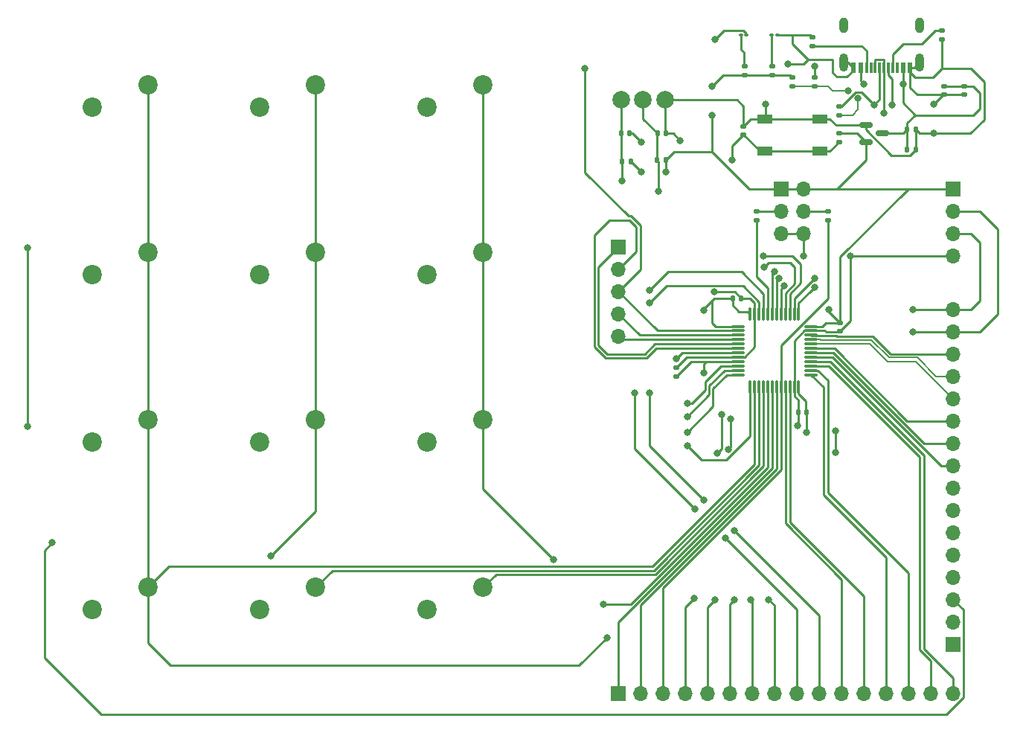
<source format=gbr>
%TF.GenerationSoftware,KiCad,Pcbnew,7.0.6-7.0.6~ubuntu20.04.1*%
%TF.CreationDate,2023-09-11T17:25:35+08:00*%
%TF.ProjectId,pro72,70726f37-322e-46b6-9963-61645f706362,rev?*%
%TF.SameCoordinates,Original*%
%TF.FileFunction,Copper,L1,Top*%
%TF.FilePolarity,Positive*%
%FSLAX46Y46*%
G04 Gerber Fmt 4.6, Leading zero omitted, Abs format (unit mm)*
G04 Created by KiCad (PCBNEW 7.0.6-7.0.6~ubuntu20.04.1) date 2023-09-11 17:25:35*
%MOMM*%
%LPD*%
G01*
G04 APERTURE LIST*
G04 Aperture macros list*
%AMRoundRect*
0 Rectangle with rounded corners*
0 $1 Rounding radius*
0 $2 $3 $4 $5 $6 $7 $8 $9 X,Y pos of 4 corners*
0 Add a 4 corners polygon primitive as box body*
4,1,4,$2,$3,$4,$5,$6,$7,$8,$9,$2,$3,0*
0 Add four circle primitives for the rounded corners*
1,1,$1+$1,$2,$3*
1,1,$1+$1,$4,$5*
1,1,$1+$1,$6,$7*
1,1,$1+$1,$8,$9*
0 Add four rect primitives between the rounded corners*
20,1,$1+$1,$2,$3,$4,$5,0*
20,1,$1+$1,$4,$5,$6,$7,0*
20,1,$1+$1,$6,$7,$8,$9,0*
20,1,$1+$1,$8,$9,$2,$3,0*%
G04 Aperture macros list end*
%TA.AperFunction,SMDPad,CuDef*%
%ADD10RoundRect,0.135000X0.135000X0.185000X-0.135000X0.185000X-0.135000X-0.185000X0.135000X-0.185000X0*%
%TD*%
%TA.AperFunction,ComponentPad*%
%ADD11C,2.200000*%
%TD*%
%TA.AperFunction,SMDPad,CuDef*%
%ADD12RoundRect,0.140000X-0.140000X-0.170000X0.140000X-0.170000X0.140000X0.170000X-0.140000X0.170000X0*%
%TD*%
%TA.AperFunction,ComponentPad*%
%ADD13R,1.700000X1.700000*%
%TD*%
%TA.AperFunction,ComponentPad*%
%ADD14O,1.700000X1.700000*%
%TD*%
%TA.AperFunction,SMDPad,CuDef*%
%ADD15RoundRect,0.135000X-0.185000X0.135000X-0.185000X-0.135000X0.185000X-0.135000X0.185000X0.135000X0*%
%TD*%
%TA.AperFunction,SMDPad,CuDef*%
%ADD16RoundRect,0.140000X-0.170000X0.140000X-0.170000X-0.140000X0.170000X-0.140000X0.170000X0.140000X0*%
%TD*%
%TA.AperFunction,ComponentPad*%
%ADD17C,2.000000*%
%TD*%
%TA.AperFunction,SMDPad,CuDef*%
%ADD18RoundRect,0.135000X0.185000X-0.135000X0.185000X0.135000X-0.185000X0.135000X-0.185000X-0.135000X0*%
%TD*%
%TA.AperFunction,SMDPad,CuDef*%
%ADD19RoundRect,0.100000X0.130000X0.100000X-0.130000X0.100000X-0.130000X-0.100000X0.130000X-0.100000X0*%
%TD*%
%TA.AperFunction,SMDPad,CuDef*%
%ADD20RoundRect,0.150000X-0.587500X-0.150000X0.587500X-0.150000X0.587500X0.150000X-0.587500X0.150000X0*%
%TD*%
%TA.AperFunction,SMDPad,CuDef*%
%ADD21RoundRect,0.140000X0.170000X-0.140000X0.170000X0.140000X-0.170000X0.140000X-0.170000X-0.140000X0*%
%TD*%
%TA.AperFunction,SMDPad,CuDef*%
%ADD22R,0.600000X1.240000*%
%TD*%
%TA.AperFunction,SMDPad,CuDef*%
%ADD23R,0.300000X1.240000*%
%TD*%
%TA.AperFunction,ComponentPad*%
%ADD24O,1.000000X2.100000*%
%TD*%
%TA.AperFunction,ComponentPad*%
%ADD25O,1.000000X1.800000*%
%TD*%
%TA.AperFunction,SMDPad,CuDef*%
%ADD26R,1.800000X1.100000*%
%TD*%
%TA.AperFunction,SMDPad,CuDef*%
%ADD27RoundRect,0.075000X-0.662500X-0.075000X0.662500X-0.075000X0.662500X0.075000X-0.662500X0.075000X0*%
%TD*%
%TA.AperFunction,SMDPad,CuDef*%
%ADD28RoundRect,0.075000X-0.075000X-0.662500X0.075000X-0.662500X0.075000X0.662500X-0.075000X0.662500X0*%
%TD*%
%TA.AperFunction,SMDPad,CuDef*%
%ADD29RoundRect,0.140000X0.140000X0.170000X-0.140000X0.170000X-0.140000X-0.170000X0.140000X-0.170000X0*%
%TD*%
%TA.AperFunction,ViaPad*%
%ADD30C,0.800000*%
%TD*%
%TA.AperFunction,Conductor*%
%ADD31C,0.250000*%
%TD*%
%TA.AperFunction,Conductor*%
%ADD32C,0.200000*%
%TD*%
G04 APERTURE END LIST*
D10*
%TO.P,R10,1*%
%TO.N,+3V3*%
X183780000Y-53800000D03*
%TO.P,R10,2*%
%TO.N,ROTA*%
X182760000Y-53800000D03*
%TD*%
D11*
%TO.P,SWK12,1,1*%
%TO.N,COL2*%
X167005000Y-102235000D03*
%TO.P,SWK12,2,2*%
%TO.N,Net-(D12-A)*%
X160655000Y-104775000D03*
%TD*%
D12*
%TO.P,C12,1*%
%TO.N,ROTB*%
X186820000Y-50600000D03*
%TO.P,C12,2*%
%TO.N,GND*%
X187780000Y-50600000D03*
%TD*%
D11*
%TO.P,SWK8,1,1*%
%TO.N,COL1*%
X147955000Y-83185000D03*
%TO.P,SWK8,2,2*%
%TO.N,Net-(D8-A)*%
X141605000Y-85725000D03*
%TD*%
%TO.P,SWKK10,1,1*%
%TO.N,COL0*%
X128905000Y-102235000D03*
%TO.P,SWKK10,2,2*%
%TO.N,Net-(D10-A)*%
X122555000Y-104775000D03*
%TD*%
D13*
%TO.P,J5,1,Pin_1*%
%TO.N,ROW0*%
X220472000Y-108712000D03*
D14*
%TO.P,J5,2,Pin_2*%
%TO.N,ROW1*%
X220472000Y-106172000D03*
%TO.P,J5,3,Pin_3*%
%TO.N,ROW2*%
X220472000Y-103632000D03*
%TO.P,J5,4,Pin_4*%
%TO.N,ROW3*%
X220472000Y-101092000D03*
%TO.P,J5,5,Pin_5*%
%TO.N,COL0*%
X220472000Y-98552000D03*
%TO.P,J5,6,Pin_6*%
%TO.N,COL1*%
X220472000Y-96012000D03*
%TO.P,J5,7,Pin_7*%
%TO.N,COL2*%
X220472000Y-93472000D03*
%TO.P,J5,8,Pin_8*%
%TO.N,/pa7*%
X220472000Y-90932000D03*
%TO.P,J5,9,Pin_9*%
%TO.N,/pa8*%
X220472000Y-88392000D03*
%TO.P,J5,10,Pin_10*%
%TO.N,/pa9*%
X220472000Y-85852000D03*
%TO.P,J5,11,Pin_11*%
%TO.N,/pa10*%
X220472000Y-83312000D03*
%TO.P,J5,12,Pin_12*%
%TO.N,USB-D+*%
X220472000Y-80772000D03*
%TO.P,J5,13,Pin_13*%
%TO.N,USB-D-*%
X220472000Y-78232000D03*
%TO.P,J5,14,Pin_14*%
%TO.N,/pa13*%
X220472000Y-75692000D03*
%TO.P,J5,15,Pin_15*%
%TO.N,usart2_tx*%
X220472000Y-73152000D03*
%TO.P,J5,16,Pin_16*%
%TO.N,usart2_rx*%
X220472000Y-70612000D03*
%TD*%
D11*
%TO.P,SWK2,1,1*%
%TO.N,COL1*%
X147955000Y-45085000D03*
%TO.P,SWK2,2,2*%
%TO.N,Net-(D2-A)*%
X141605000Y-47625000D03*
%TD*%
D15*
%TO.P,R3,1*%
%TO.N,Net-(J1-Pin_4)*%
X206248000Y-59436000D03*
%TO.P,R3,2*%
%TO.N,/pb2*%
X206248000Y-60456000D03*
%TD*%
D16*
%TO.P,C3,1*%
%TO.N,+5V*%
X219456000Y-45240000D03*
%TO.P,C3,2*%
%TO.N,GND*%
X219456000Y-46200000D03*
%TD*%
D17*
%TO.P,SW1,1*%
%TO.N,N/C*%
X182700000Y-46800000D03*
%TO.P,SW1,2*%
X185200000Y-46800000D03*
%TO.P,SW1,3*%
X187700000Y-46800000D03*
%TD*%
D13*
%TO.P,J1,1,Pin_1*%
%TO.N,+3V3*%
X200914000Y-56904000D03*
D14*
%TO.P,J1,2,Pin_2*%
X203454000Y-56904000D03*
%TO.P,J1,3,Pin_3*%
%TO.N,Net-(J1-Pin_3)*%
X200914000Y-59444000D03*
%TO.P,J1,4,Pin_4*%
%TO.N,Net-(J1-Pin_4)*%
X203454000Y-59444000D03*
%TO.P,J1,5,Pin_5*%
%TO.N,GND*%
X200914000Y-61984000D03*
%TO.P,J1,6,Pin_6*%
X203454000Y-61984000D03*
%TD*%
D12*
%TO.P,C5,1*%
%TO.N,+5V*%
X215265000Y-52451000D03*
%TO.P,C5,2*%
%TO.N,GND*%
X216225000Y-52451000D03*
%TD*%
D18*
%TO.P,R5,1*%
%TO.N,+3V3*%
X196753000Y-43946000D03*
%TO.P,R5,2*%
%TO.N,Net-(D14-A)*%
X196753000Y-42926000D03*
%TD*%
D11*
%TO.P,SWK6,1,1*%
%TO.N,COL2*%
X167005000Y-64135000D03*
%TO.P,SWK6,2,2*%
%TO.N,Net-(D6-A)*%
X160655000Y-66675000D03*
%TD*%
D19*
%TO.P,D14,1,K*%
%TO.N,/pc13*%
X196955500Y-39370000D03*
%TO.P,D14,2,A*%
%TO.N,Net-(D14-A)*%
X196315500Y-39370000D03*
%TD*%
D11*
%TO.P,SWK5,1,1*%
%TO.N,COL1*%
X147955000Y-64135000D03*
%TO.P,SWK5,2,2*%
%TO.N,Net-(D5-A)*%
X141605000Y-66675000D03*
%TD*%
D20*
%TO.P,U2,1,GND*%
%TO.N,GND*%
X210566000Y-49662000D03*
%TO.P,U2,2,VO*%
%TO.N,+3V3*%
X210566000Y-51562000D03*
%TO.P,U2,3,VI*%
%TO.N,+5V*%
X212441000Y-50612000D03*
%TD*%
D10*
%TO.P,R9,1*%
%TO.N,+3V3*%
X187800000Y-53600000D03*
%TO.P,R9,2*%
%TO.N,ROTB*%
X186780000Y-53600000D03*
%TD*%
D19*
%TO.P,D13,1,K*%
%TO.N,GND*%
X200472000Y-39370000D03*
%TO.P,D13,2,A*%
%TO.N,Net-(D13-A)*%
X199832000Y-39370000D03*
%TD*%
D12*
%TO.P,C9,1*%
%TO.N,+3V3*%
X195382000Y-69342000D03*
%TO.P,C9,2*%
%TO.N,GND*%
X196342000Y-69342000D03*
%TD*%
D21*
%TO.P,C6,1*%
%TO.N,+3V3*%
X188976000Y-78232000D03*
%TO.P,C6,2*%
%TO.N,GND*%
X188976000Y-77272000D03*
%TD*%
%TO.P,C10,1*%
%TO.N,/nRST*%
X196596000Y-50742000D03*
%TO.P,C10,2*%
%TO.N,GND*%
X196596000Y-49782000D03*
%TD*%
D15*
%TO.P,R12,1*%
%TO.N,Net-(J2-CC1)*%
X219202000Y-38862000D03*
%TO.P,R12,2*%
%TO.N,GND*%
X219202000Y-39882000D03*
%TD*%
D11*
%TO.P,SWK3,1,1*%
%TO.N,COL2*%
X167005000Y-45085000D03*
%TO.P,SWK3,2,2*%
%TO.N,Net-(D3-A)*%
X160655000Y-47625000D03*
%TD*%
D15*
%TO.P,R1,1*%
%TO.N,+3V3*%
X207518000Y-50546000D03*
%TO.P,R1,2*%
%TO.N,/nRST*%
X207518000Y-51566000D03*
%TD*%
%TO.P,R7,1*%
%TO.N,Net-(J2-D+-PadA6)*%
X204724000Y-44196000D03*
%TO.P,R7,2*%
%TO.N,USB-D+*%
X204724000Y-45216000D03*
%TD*%
D22*
%TO.P,J2,A1,GND*%
%TO.N,GND*%
X215570000Y-43100000D03*
%TO.P,J2,A4,VBUS*%
%TO.N,+5V*%
X214770000Y-43100000D03*
D23*
%TO.P,J2,A5,CC1*%
%TO.N,Net-(J2-CC1)*%
X213620000Y-43100000D03*
%TO.P,J2,A6,D+*%
%TO.N,Net-(J2-D+-PadA6)*%
X212620000Y-43100000D03*
%TO.P,J2,A7,D-*%
%TO.N,Net-(J2-D--PadA7)*%
X212120000Y-43100000D03*
%TO.P,J2,A8,SBU1*%
%TO.N,unconnected-(J2-SBU1-PadA8)*%
X211120000Y-43100000D03*
D22*
%TO.P,J2,A9,VBUS*%
%TO.N,+5V*%
X209970000Y-43100000D03*
%TO.P,J2,A12,GND*%
%TO.N,GND*%
X209170000Y-43100000D03*
%TO.P,J2,B1,GND*%
X209170000Y-43100000D03*
%TO.P,J2,B4,VBUS*%
%TO.N,+5V*%
X209970000Y-43100000D03*
D23*
%TO.P,J2,B5,CC2*%
%TO.N,Net-(J2-CC2)*%
X210620000Y-43100000D03*
%TO.P,J2,B6,D+*%
%TO.N,Net-(J2-D+-PadA6)*%
X211620000Y-43100000D03*
%TO.P,J2,B7,D-*%
%TO.N,Net-(J2-D--PadA7)*%
X213120000Y-43100000D03*
%TO.P,J2,B8,SBU2*%
%TO.N,unconnected-(J2-SBU2-PadB8)*%
X214120000Y-43100000D03*
D22*
%TO.P,J2,B9,VBUS*%
%TO.N,+5V*%
X214770000Y-43100000D03*
%TO.P,J2,B12,GND*%
%TO.N,GND*%
X215570000Y-43100000D03*
D24*
%TO.P,J2,S1,SHIELD*%
X216690000Y-42500000D03*
D25*
X216690000Y-38300000D03*
D24*
X208050000Y-42500000D03*
D25*
X208050000Y-38300000D03*
%TD*%
D11*
%TO.P,SWK11,1,1*%
%TO.N,COL1*%
X147955000Y-102235000D03*
%TO.P,SWK11,2,2*%
%TO.N,Net-(D11-A)*%
X141605000Y-104775000D03*
%TD*%
%TO.P,SWK7,1,1*%
%TO.N,COL0*%
X128905000Y-83185000D03*
%TO.P,SWK7,2,2*%
%TO.N,Net-(D7-A)*%
X122555000Y-85725000D03*
%TD*%
%TO.P,SWK1,1,1*%
%TO.N,COL0*%
X128905000Y-45085000D03*
%TO.P,SWK1,2,2*%
%TO.N,Net-(D1-A)*%
X122555000Y-47625000D03*
%TD*%
D13*
%TO.P,J3,1,Pin_1*%
%TO.N,+3V3*%
X220472000Y-56896000D03*
D14*
%TO.P,J3,2,Pin_2*%
%TO.N,usart2_tx*%
X220472000Y-59436000D03*
%TO.P,J3,3,Pin_3*%
%TO.N,usart2_rx*%
X220472000Y-61976000D03*
%TO.P,J3,4,Pin_4*%
%TO.N,GND*%
X220472000Y-64516000D03*
%TD*%
D18*
%TO.P,R8,1*%
%TO.N,USB-D-*%
X207518000Y-48518000D03*
%TO.P,R8,2*%
%TO.N,Net-(J2-D--PadA7)*%
X207518000Y-47498000D03*
%TD*%
%TO.P,R4,1*%
%TO.N,+3V3*%
X199898000Y-43942000D03*
%TO.P,R4,2*%
%TO.N,Net-(D13-A)*%
X199898000Y-42922000D03*
%TD*%
D16*
%TO.P,C8,1*%
%TO.N,+3V3*%
X207645000Y-72136000D03*
%TO.P,C8,2*%
%TO.N,GND*%
X207645000Y-73096000D03*
%TD*%
%TO.P,C2,1*%
%TO.N,+5V*%
X221742000Y-45240000D03*
%TO.P,C2,2*%
%TO.N,GND*%
X221742000Y-46200000D03*
%TD*%
D11*
%TO.P,SWK9,1,1*%
%TO.N,COL2*%
X167005000Y-83185000D03*
%TO.P,SWK9,2,2*%
%TO.N,Net-(D9-A)*%
X160655000Y-85725000D03*
%TD*%
D26*
%TO.P,SW2,1,1*%
%TO.N,GND*%
X199084000Y-48950000D03*
X205284000Y-48950000D03*
%TO.P,SW2,2,2*%
%TO.N,/nRST*%
X199084000Y-52650000D03*
X205284000Y-52650000D03*
%TD*%
D27*
%TO.P,U1,1,VBAT*%
%TO.N,+3V3*%
X195989500Y-72561000D03*
%TO.P,U1,2,PC13*%
%TO.N,/pc13*%
X195989500Y-73061000D03*
%TO.P,U1,3,PC14*%
%TO.N,/pc14*%
X195989500Y-73561000D03*
%TO.P,U1,4,PC15*%
%TO.N,/pc15*%
X195989500Y-74061000D03*
%TO.P,U1,5,PF0*%
%TO.N,/pf0*%
X195989500Y-74561000D03*
%TO.P,U1,6,PF1*%
%TO.N,/pf1*%
X195989500Y-75061000D03*
%TO.P,U1,7,NRST*%
%TO.N,/nRST*%
X195989500Y-75561000D03*
%TO.P,U1,8,VSSA*%
%TO.N,GND*%
X195989500Y-76061000D03*
%TO.P,U1,9,VDDA*%
%TO.N,+3V3*%
X195989500Y-76561000D03*
%TO.P,U1,10,PA0*%
%TO.N,ROW0*%
X195989500Y-77061000D03*
%TO.P,U1,11,PA1*%
%TO.N,ROW1*%
X195989500Y-77561000D03*
%TO.P,U1,12,PA2*%
%TO.N,ROW2*%
X195989500Y-78061000D03*
D28*
%TO.P,U1,13,PA3*%
%TO.N,ROW3*%
X197402000Y-79473500D03*
%TO.P,U1,14,PA4*%
%TO.N,COL0*%
X197902000Y-79473500D03*
%TO.P,U1,15,PA5*%
%TO.N,COL1*%
X198402000Y-79473500D03*
%TO.P,U1,16,PA6*%
%TO.N,COL2*%
X198902000Y-79473500D03*
%TO.P,U1,17,PA7*%
%TO.N,/pa7*%
X199402000Y-79473500D03*
%TO.P,U1,18,PB0*%
%TO.N,ROTB*%
X199902000Y-79473500D03*
%TO.P,U1,19,PB1*%
%TO.N,ROTA*%
X200402000Y-79473500D03*
%TO.P,U1,20,PB2*%
%TO.N,/pb2*%
X200902000Y-79473500D03*
%TO.P,U1,21,PB10*%
%TO.N,/pb10*%
X201402000Y-79473500D03*
%TO.P,U1,22,PB11*%
%TO.N,/pb11*%
X201902000Y-79473500D03*
%TO.P,U1,23,VSS*%
%TO.N,GND*%
X202402000Y-79473500D03*
%TO.P,U1,24,VDD*%
%TO.N,+3V3*%
X202902000Y-79473500D03*
D27*
%TO.P,U1,25,PB12*%
%TO.N,/pb12*%
X204314500Y-78061000D03*
%TO.P,U1,26,PB13*%
%TO.N,/pb13*%
X204314500Y-77561000D03*
%TO.P,U1,27,PB14*%
%TO.N,/pb14*%
X204314500Y-77061000D03*
%TO.P,U1,28,PB15*%
%TO.N,/pb15*%
X204314500Y-76561000D03*
%TO.P,U1,29,PA8*%
%TO.N,/pa8*%
X204314500Y-76061000D03*
%TO.P,U1,30,PA9*%
%TO.N,/pa9*%
X204314500Y-75561000D03*
%TO.P,U1,31,PA10*%
%TO.N,/pa10*%
X204314500Y-75061000D03*
%TO.P,U1,32,PA11*%
%TO.N,USB-D+*%
X204314500Y-74561000D03*
%TO.P,U1,33,PA12*%
%TO.N,USB-D-*%
X204314500Y-74061000D03*
%TO.P,U1,34,PA13*%
%TO.N,/pa13*%
X204314500Y-73561000D03*
%TO.P,U1,35,VSS*%
%TO.N,GND*%
X204314500Y-73061000D03*
%TO.P,U1,36,VDDIO2*%
%TO.N,+3V3*%
X204314500Y-72561000D03*
D28*
%TO.P,U1,37,PA14*%
%TO.N,usart2_tx*%
X202902000Y-71148500D03*
%TO.P,U1,38,PA15*%
%TO.N,usart2_rx*%
X202402000Y-71148500D03*
%TO.P,U1,39,PB3*%
%TO.N,/pb3*%
X201902000Y-71148500D03*
%TO.P,U1,40,PB4*%
%TO.N,/pb4*%
X201402000Y-71148500D03*
%TO.P,U1,41,PB5*%
%TO.N,/pb5*%
X200902000Y-71148500D03*
%TO.P,U1,42,PB6*%
%TO.N,/pb6*%
X200402000Y-71148500D03*
%TO.P,U1,43,PB7*%
%TO.N,/pb7*%
X199902000Y-71148500D03*
%TO.P,U1,44,BOOT0*%
%TO.N,/boot0*%
X199402000Y-71148500D03*
%TO.P,U1,45,PB8*%
%TO.N,/pb8*%
X198902000Y-71148500D03*
%TO.P,U1,46,PB9*%
%TO.N,/pb9*%
X198402000Y-71148500D03*
%TO.P,U1,47,VSS*%
%TO.N,GND*%
X197902000Y-71148500D03*
%TO.P,U1,48,VDD*%
%TO.N,+3V3*%
X197402000Y-71148500D03*
%TD*%
D12*
%TO.P,C4,1*%
%TO.N,+5V*%
X215265000Y-50165000D03*
%TO.P,C4,2*%
%TO.N,GND*%
X216225000Y-50165000D03*
%TD*%
%TO.P,C13,1*%
%TO.N,ROTA*%
X182690000Y-50600000D03*
%TO.P,C13,2*%
%TO.N,GND*%
X183650000Y-50600000D03*
%TD*%
D13*
%TO.P,J4,1,Pin_1*%
%TO.N,ROTB*%
X182372000Y-114300000D03*
D14*
%TO.P,J4,2,Pin_2*%
%TO.N,ROTA*%
X184912000Y-114300000D03*
%TO.P,J4,3,Pin_3*%
%TO.N,/pb2*%
X187452000Y-114300000D03*
%TO.P,J4,4,Pin_4*%
%TO.N,/pb3*%
X189992000Y-114300000D03*
%TO.P,J4,5,Pin_5*%
%TO.N,/pb4*%
X192532000Y-114300000D03*
%TO.P,J4,6,Pin_6*%
%TO.N,/pb5*%
X195072000Y-114300000D03*
%TO.P,J4,7,Pin_7*%
%TO.N,/pb6*%
X197612000Y-114300000D03*
%TO.P,J4,8,Pin_8*%
%TO.N,/pb7*%
X200152000Y-114300000D03*
%TO.P,J4,9,Pin_9*%
%TO.N,/pb8*%
X202692000Y-114300000D03*
%TO.P,J4,10,Pin_10*%
%TO.N,/pb9*%
X205232000Y-114300000D03*
%TO.P,J4,11,Pin_11*%
%TO.N,/pb10*%
X207772000Y-114300000D03*
%TO.P,J4,12,Pin_12*%
%TO.N,/pb11*%
X210312000Y-114300000D03*
%TO.P,J4,13,Pin_13*%
%TO.N,/pb12*%
X212852000Y-114300000D03*
%TO.P,J4,14,Pin_14*%
%TO.N,/pb13*%
X215392000Y-114300000D03*
%TO.P,J4,15,Pin_15*%
%TO.N,/pb14*%
X217932000Y-114300000D03*
%TO.P,J4,16,Pin_16*%
%TO.N,/pb15*%
X220472000Y-114300000D03*
%TD*%
D13*
%TO.P,J6,1,Pin_1*%
%TO.N,/pf0*%
X182372000Y-63500000D03*
D14*
%TO.P,J6,2,Pin_2*%
%TO.N,/pf1*%
X182372000Y-66040000D03*
%TO.P,J6,3,Pin_3*%
%TO.N,/pc13*%
X182372000Y-68580000D03*
%TO.P,J6,4,Pin_4*%
%TO.N,/pc14*%
X182372000Y-71120000D03*
%TO.P,J6,5,Pin_5*%
%TO.N,/pc15*%
X182372000Y-73660000D03*
%TD*%
D15*
%TO.P,R6,1*%
%TO.N,+3V3*%
X202184000Y-44196000D03*
%TO.P,R6,2*%
%TO.N,USB-D+*%
X202184000Y-45216000D03*
%TD*%
D29*
%TO.P,C7,1*%
%TO.N,+3V3*%
X203835000Y-82296000D03*
%TO.P,C7,2*%
%TO.N,GND*%
X202875000Y-82296000D03*
%TD*%
D18*
%TO.P,R2,1*%
%TO.N,/boot0*%
X198120000Y-60464000D03*
%TO.P,R2,2*%
%TO.N,Net-(J1-Pin_3)*%
X198120000Y-59444000D03*
%TD*%
D11*
%TO.P,SWK4,1,1*%
%TO.N,COL0*%
X128905000Y-64135000D03*
%TO.P,SWK4,2,2*%
%TO.N,Net-(D4-A)*%
X122555000Y-66675000D03*
%TD*%
D18*
%TO.P,R11,1*%
%TO.N,Net-(J2-CC2)*%
X204470000Y-40640000D03*
%TO.P,R11,2*%
%TO.N,GND*%
X204470000Y-39620000D03*
%TD*%
D30*
%TO.N,ROTA*%
X182800000Y-56000000D03*
%TO.N,GND*%
X201676000Y-42672000D03*
X185000000Y-51600000D03*
X199136000Y-47244000D03*
X218236800Y-47294800D03*
X218287600Y-50596800D03*
X193294000Y-68637500D03*
X208788000Y-64516000D03*
X203454000Y-64516000D03*
X202819000Y-83820000D03*
X189400000Y-51400000D03*
%TO.N,ROTB*%
X186944000Y-57200000D03*
%TO.N,/nRST*%
X188976000Y-76200000D03*
X195326000Y-53594000D03*
%TO.N,+5V*%
X214764000Y-44958000D03*
X210312000Y-44958000D03*
%TO.N,+3V3*%
X203835000Y-84582000D03*
X192085500Y-70739000D03*
X192085500Y-77851000D03*
X185000000Y-55000000D03*
X206375000Y-70612000D03*
X193040000Y-45212000D03*
X193040000Y-48514000D03*
X187800000Y-55000000D03*
%TO.N,ROW0*%
X115189000Y-63627000D03*
X115189000Y-83947000D03*
X190246000Y-81280000D03*
%TO.N,ROW1*%
X190246000Y-82804000D03*
%TO.N,ROW2*%
X190246000Y-84582000D03*
X117983000Y-97155000D03*
%TO.N,ROW3*%
X190246000Y-86106000D03*
%TO.N,/pc13*%
X193400000Y-39878000D03*
X178562000Y-43180000D03*
%TO.N,usart2_tx*%
X204724000Y-68072000D03*
X215900000Y-73152000D03*
%TO.N,usart2_rx*%
X215900000Y-70612000D03*
X204724000Y-67056000D03*
%TO.N,/pb3*%
X198882000Y-64516000D03*
X194183000Y-82550000D03*
X191008000Y-103505000D03*
X193675000Y-86995000D03*
%TO.N,/pb4*%
X193421000Y-103632000D03*
X199004868Y-65781868D03*
X195199000Y-83058000D03*
X194891343Y-86560343D03*
%TO.N,/pb5*%
X201238660Y-67923991D03*
X195580000Y-103632000D03*
X207137000Y-84455000D03*
X207137000Y-86868000D03*
%TO.N,/pb6*%
X200695330Y-67108995D03*
X197485000Y-103632000D03*
%TO.N,/pb7*%
X200152000Y-66294000D03*
X199517000Y-103632000D03*
%TO.N,/pb8*%
X185928000Y-68453000D03*
X194564000Y-96647000D03*
X191135000Y-93345000D03*
X184277000Y-80137000D03*
%TO.N,/pb9*%
X185928000Y-69850000D03*
X195580000Y-95758000D03*
X192151000Y-92329000D03*
X185928000Y-80137000D03*
%TO.N,COL0*%
X181102000Y-107950000D03*
%TO.N,COL1*%
X142875000Y-98679000D03*
%TO.N,COL2*%
X175006000Y-99060000D03*
%TO.N,/pa7*%
X180721000Y-104140000D03*
%TO.N,USB-D+*%
X208534000Y-45720000D03*
%TO.N,USB-D-*%
X209677000Y-46609000D03*
%TO.N,Net-(J2-D+-PadA6)*%
X212575000Y-48275000D03*
X204724000Y-42926000D03*
%TO.N,Net-(J2-D--PadA7)*%
X211500000Y-47325000D03*
X213550000Y-47325000D03*
%TD*%
D31*
%TO.N,ROTA*%
X182690000Y-50600000D02*
X182690000Y-53730000D01*
X184912000Y-104267000D02*
X184912000Y-114300000D01*
X182760000Y-55960000D02*
X182800000Y-56000000D01*
X182690000Y-53730000D02*
X182760000Y-53800000D01*
X182700000Y-46800000D02*
X182700000Y-50590000D01*
X200402000Y-79473500D02*
X200402000Y-88777000D01*
X200402000Y-88777000D02*
X184912000Y-104267000D01*
X182760000Y-53800000D02*
X182760000Y-55960000D01*
X182700000Y-50590000D02*
X182690000Y-50600000D01*
%TO.N,GND*%
X208788000Y-71953000D02*
X208788000Y-64516000D01*
X205994000Y-73152000D02*
X207589000Y-73152000D01*
X202184000Y-39370000D02*
X204220000Y-39370000D01*
X218287600Y-50596800D02*
X222453200Y-50596800D01*
X203539599Y-73061000D02*
X202402000Y-74198599D01*
X215590000Y-53086000D02*
X216225000Y-52451000D01*
X197358000Y-69342000D02*
X197902000Y-69886000D01*
X202875000Y-82296000D02*
X202875000Y-83764000D01*
X202184000Y-39370000D02*
X202184000Y-40386000D01*
X207589000Y-73152000D02*
X207645000Y-73096000D01*
X196596000Y-49782000D02*
X197428000Y-48950000D01*
X219456000Y-46200000D02*
X216380000Y-46200000D01*
X205284000Y-48950000D02*
X206430000Y-48950000D01*
X193294000Y-68637500D02*
X195637500Y-68637500D01*
X187780000Y-50600000D02*
X188600000Y-50600000D01*
X206430000Y-48950000D02*
X207142000Y-49662000D01*
X208409000Y-44189000D02*
X209164000Y-43434000D01*
X215564000Y-43606000D02*
X216154000Y-44196000D01*
X215570000Y-43100000D02*
X216090000Y-43100000D01*
X216380000Y-46200000D02*
X215564000Y-45384000D01*
X197428000Y-48950000D02*
X199084000Y-48950000D01*
X196764401Y-76061000D02*
X195989500Y-76061000D01*
X204314500Y-73061000D02*
X203539599Y-73061000D01*
X190187000Y-76061000D02*
X195989500Y-76061000D01*
X208050000Y-42500000D02*
X208570000Y-42500000D01*
X216154000Y-44196000D02*
X218186000Y-44196000D01*
X220472000Y-64516000D02*
X208788000Y-64516000D01*
X197902000Y-71148500D02*
X197902000Y-69886000D01*
X200472000Y-39370000D02*
X202184000Y-39370000D01*
X222453200Y-50596800D02*
X224028000Y-49022000D01*
X202184000Y-40386000D02*
X203962000Y-42164000D01*
X206756000Y-42164000D02*
X206756000Y-43688000D01*
X196342000Y-69342000D02*
X197358000Y-69342000D01*
X187700000Y-46800000D02*
X187700000Y-50520000D01*
X197902000Y-71148500D02*
X197902000Y-74923401D01*
X216225000Y-50165000D02*
X216225000Y-52451000D01*
X187700000Y-50520000D02*
X187780000Y-50600000D01*
X199136000Y-48898000D02*
X199084000Y-48950000D01*
X205903000Y-73061000D02*
X205994000Y-73152000D01*
X184000000Y-50600000D02*
X185000000Y-51600000D01*
X222504000Y-43180000D02*
X219202000Y-43180000D01*
X199136000Y-47244000D02*
X199136000Y-48898000D01*
X195898000Y-46800000D02*
X191600000Y-46800000D01*
X216656800Y-50596800D02*
X216225000Y-50165000D01*
X203454000Y-64516000D02*
X203454000Y-61984000D01*
X188600000Y-50600000D02*
X189400000Y-51400000D01*
X188976000Y-77272000D02*
X190187000Y-76061000D01*
X207271000Y-44189000D02*
X208409000Y-44189000D01*
X202402000Y-80482000D02*
X202875000Y-80955000D01*
X205284000Y-48950000D02*
X199084000Y-48950000D01*
X191600000Y-46800000D02*
X187700000Y-46800000D01*
X221742000Y-46200000D02*
X219456000Y-46200000D01*
X207142000Y-49662000D02*
X210566000Y-49662000D01*
X206756000Y-43688000D02*
X206770000Y-43688000D01*
X210566000Y-49662000D02*
X210566000Y-50181033D01*
X196596000Y-47498000D02*
X195898000Y-46800000D01*
X224028000Y-49022000D02*
X224028000Y-44704000D01*
X219331600Y-46200000D02*
X218236800Y-47294800D01*
X183650000Y-50600000D02*
X184000000Y-50600000D01*
X202402000Y-79473500D02*
X202402000Y-80482000D01*
X200914000Y-61984000D02*
X203454000Y-61984000D01*
X203454000Y-42672000D02*
X201676000Y-42672000D01*
X207645000Y-73096000D02*
X208788000Y-71953000D01*
X215564000Y-45384000D02*
X215564000Y-43434000D01*
X204220000Y-39370000D02*
X204470000Y-39620000D01*
X218287600Y-50596800D02*
X216656800Y-50596800D01*
X206770000Y-43688000D02*
X207271000Y-44189000D01*
X218186000Y-44196000D02*
X219202000Y-43180000D01*
X215564000Y-43434000D02*
X215564000Y-43606000D01*
X213470967Y-53086000D02*
X215590000Y-53086000D01*
X202875000Y-80955000D02*
X202875000Y-82296000D01*
X203962000Y-42164000D02*
X206756000Y-42164000D01*
X224028000Y-44704000D02*
X222504000Y-43180000D01*
X196596000Y-49782000D02*
X196596000Y-47498000D01*
X219202000Y-43180000D02*
X219202000Y-39882000D01*
X210566000Y-50181033D02*
X213470967Y-53086000D01*
X216090000Y-43100000D02*
X216690000Y-42500000D01*
X208570000Y-42500000D02*
X209170000Y-43100000D01*
X202875000Y-83764000D02*
X202819000Y-83820000D01*
X202402000Y-74198599D02*
X202402000Y-79473500D01*
X197902000Y-74923401D02*
X196764401Y-76061000D01*
X204314500Y-73061000D02*
X205903000Y-73061000D01*
X203962000Y-42164000D02*
X203454000Y-42672000D01*
X219456000Y-46200000D02*
X219331600Y-46200000D01*
X195637500Y-68637500D02*
X196342000Y-69342000D01*
%TO.N,ROTB*%
X186780000Y-50640000D02*
X186780000Y-53600000D01*
X182372000Y-106198888D02*
X182372000Y-114300000D01*
X199902000Y-88668888D02*
X182372000Y-106198888D01*
X186820000Y-50600000D02*
X186780000Y-50640000D01*
X185200000Y-46800000D02*
X185200000Y-48980000D01*
X186944000Y-53764000D02*
X186780000Y-53600000D01*
X199902000Y-79473500D02*
X199902000Y-88668888D01*
X185200000Y-48980000D02*
X186820000Y-50600000D01*
X186944000Y-57200000D02*
X186944000Y-53764000D01*
%TO.N,/nRST*%
X198504000Y-52650000D02*
X199084000Y-52650000D01*
X199084000Y-52650000D02*
X205284000Y-52650000D01*
X188976000Y-76200000D02*
X189615000Y-75561000D01*
X196596000Y-50742000D02*
X195326000Y-52012000D01*
X195326000Y-52012000D02*
X195326000Y-53594000D01*
X206434000Y-52650000D02*
X207518000Y-51566000D01*
X189615000Y-75561000D02*
X195989500Y-75561000D01*
X196596000Y-50742000D02*
X198504000Y-52650000D01*
X205284000Y-52650000D02*
X206434000Y-52650000D01*
%TO.N,+5V*%
X215265000Y-52451000D02*
X215265000Y-50165000D01*
X209964000Y-43434000D02*
X209964000Y-44610000D01*
X223520000Y-45974000D02*
X223520000Y-47752000D01*
X214764000Y-44958000D02*
X214764000Y-47124000D01*
X221742000Y-45240000D02*
X222786000Y-45240000D01*
X212441000Y-50612000D02*
X214818000Y-50612000D01*
X222758000Y-48514000D02*
X216154000Y-48514000D01*
X209964000Y-44610000D02*
X210312000Y-44958000D01*
X222786000Y-45240000D02*
X223520000Y-45974000D01*
X223520000Y-47752000D02*
X222758000Y-48514000D01*
X221742000Y-45240000D02*
X219456000Y-45240000D01*
X214764000Y-47124000D02*
X216154000Y-48514000D01*
X214818000Y-50612000D02*
X215265000Y-50165000D01*
X214764000Y-43434000D02*
X214764000Y-44958000D01*
X216154000Y-48514000D02*
X215265000Y-49403000D01*
X215265000Y-49403000D02*
X215265000Y-50165000D01*
%TO.N,+3V3*%
X220472000Y-56896000D02*
X215646000Y-56896000D01*
X199894000Y-43946000D02*
X199898000Y-43942000D01*
X206375000Y-70612000D02*
X206375000Y-70866000D01*
X197239000Y-56904000D02*
X193040000Y-52705000D01*
X207645000Y-64643000D02*
X215392000Y-56896000D01*
X203708000Y-82169000D02*
X203835000Y-82296000D01*
X192085500Y-77851000D02*
X192085500Y-76880500D01*
X193040000Y-52705000D02*
X193040000Y-48514000D01*
X187800000Y-53600000D02*
X188695000Y-52705000D01*
X210566000Y-51562000D02*
X210566000Y-53594000D01*
X192085500Y-70550500D02*
X193040000Y-69596000D01*
X207256000Y-56904000D02*
X215384000Y-56904000D01*
X202902000Y-79473500D02*
X202902000Y-80220000D01*
X196088000Y-70866000D02*
X197119500Y-70866000D01*
X193294000Y-69342000D02*
X195382000Y-69342000D01*
X205569000Y-72561000D02*
X204314500Y-72561000D01*
X202902000Y-80220000D02*
X203708000Y-81026000D01*
X203835000Y-82296000D02*
X203835000Y-84582000D01*
X215392000Y-56896000D02*
X215646000Y-56896000D01*
X207256000Y-56904000D02*
X203454000Y-56904000D01*
X209550000Y-50546000D02*
X210566000Y-51562000D01*
X200914000Y-56904000D02*
X203454000Y-56904000D01*
X196753000Y-43946000D02*
X199894000Y-43946000D01*
X193040000Y-69596000D02*
X193294000Y-69342000D01*
X193465000Y-72561000D02*
X195989500Y-72561000D01*
X195382000Y-70160000D02*
X196088000Y-70866000D01*
X200914000Y-56904000D02*
X197239000Y-56904000D01*
X183800000Y-53800000D02*
X185000000Y-55000000D01*
X193465000Y-72561000D02*
X193040000Y-72136000D01*
X210566000Y-53594000D02*
X207256000Y-56904000D01*
X203708000Y-81026000D02*
X203708000Y-82169000D01*
X188695000Y-52705000D02*
X193040000Y-52705000D01*
X192085500Y-76880500D02*
X192405000Y-76561000D01*
X187800000Y-55000000D02*
X187800000Y-53600000D01*
X188976000Y-78232000D02*
X190647000Y-76561000D01*
X192405000Y-76561000D02*
X195989500Y-76561000D01*
X193040000Y-45212000D02*
X194306000Y-43946000D01*
X194306000Y-43946000D02*
X196753000Y-43946000D01*
X205994000Y-72136000D02*
X207645000Y-72136000D01*
X201930000Y-43942000D02*
X202184000Y-44196000D01*
X199898000Y-43942000D02*
X201930000Y-43942000D01*
X190647000Y-76561000D02*
X192405000Y-76561000D01*
X193040000Y-72136000D02*
X193040000Y-69596000D01*
X215384000Y-56904000D02*
X215392000Y-56896000D01*
X195382000Y-69342000D02*
X195382000Y-70160000D01*
X197119500Y-70866000D02*
X197402000Y-71148500D01*
X207645000Y-72136000D02*
X207645000Y-64643000D01*
X183780000Y-53800000D02*
X183800000Y-53800000D01*
X192085500Y-70739000D02*
X192085500Y-70550500D01*
X205569000Y-72561000D02*
X205994000Y-72136000D01*
X206375000Y-70866000D02*
X207645000Y-72136000D01*
X207518000Y-50546000D02*
X209550000Y-50546000D01*
%TO.N,ROW0*%
X115189000Y-83947000D02*
X115189000Y-63627000D01*
X195989500Y-77061000D02*
X194057112Y-77061000D01*
X194057112Y-77061000D02*
X192278000Y-78840112D01*
X190754000Y-81280000D02*
X190246000Y-81280000D01*
X192278000Y-78840112D02*
X192278000Y-79756000D01*
X192278000Y-79756000D02*
X190754000Y-81280000D01*
%TO.N,ROW1*%
X192708000Y-80342000D02*
X190246000Y-82804000D01*
X192708000Y-79756000D02*
X192708000Y-80342000D01*
X192708000Y-79326000D02*
X192708000Y-79756000D01*
X195989500Y-77561000D02*
X194473000Y-77561000D01*
X194473000Y-77561000D02*
X192708000Y-79326000D01*
%TO.N,ROW2*%
X220472000Y-103632000D02*
X221627000Y-104787000D01*
X219710000Y-116713000D02*
X123571000Y-116713000D01*
X221627000Y-114796000D02*
X219710000Y-116713000D01*
X193138000Y-79658000D02*
X193138000Y-79756000D01*
X193138000Y-79756000D02*
X193138000Y-81690000D01*
X193138000Y-81690000D02*
X190246000Y-84582000D01*
X195989500Y-78061000D02*
X194735000Y-78061000D01*
X221627000Y-104787000D02*
X221627000Y-114796000D01*
X123571000Y-116713000D02*
X117094000Y-110236000D01*
X117094000Y-98044000D02*
X117983000Y-97155000D01*
X194735000Y-78061000D02*
X193138000Y-79658000D01*
X117094000Y-110236000D02*
X117094000Y-98044000D01*
%TO.N,ROW3*%
X197402000Y-85046000D02*
X194691000Y-87757000D01*
X194691000Y-87757000D02*
X191897000Y-87757000D01*
X197402000Y-79473500D02*
X197402000Y-85046000D01*
X191897000Y-87757000D02*
X190246000Y-86106000D01*
%TO.N,Net-(D13-A)*%
X199832000Y-42856000D02*
X199832000Y-39370000D01*
X199898000Y-42922000D02*
X199832000Y-42856000D01*
%TO.N,/pc13*%
X182372000Y-68580000D02*
X186853000Y-73061000D01*
X178562000Y-55044254D02*
X183539746Y-60022000D01*
X196613256Y-38865000D02*
X194413000Y-38865000D01*
X184912000Y-66040000D02*
X182372000Y-68580000D01*
X186853000Y-73061000D02*
X195989500Y-73061000D01*
X194413000Y-38865000D02*
X193400000Y-39878000D01*
X183539746Y-60022000D02*
X183820112Y-60022000D01*
X184912000Y-61113888D02*
X184912000Y-66040000D01*
X196955500Y-39207244D02*
X196613256Y-38865000D01*
X183820112Y-60022000D02*
X184912000Y-61113888D01*
X178562000Y-43180000D02*
X178562000Y-55044254D01*
X196955500Y-39370000D02*
X196955500Y-39207244D01*
%TO.N,Net-(D14-A)*%
X196723000Y-41402000D02*
X196723000Y-42896000D01*
X196723000Y-42896000D02*
X196753000Y-42926000D01*
X196315500Y-39370000D02*
X196315500Y-40994500D01*
X196315500Y-40994500D02*
X196723000Y-41402000D01*
%TO.N,Net-(J1-Pin_3)*%
X200914000Y-59444000D02*
X198120000Y-59444000D01*
%TO.N,Net-(J1-Pin_4)*%
X206240000Y-59444000D02*
X206248000Y-59436000D01*
X203454000Y-59444000D02*
X206240000Y-59444000D01*
%TO.N,usart2_tx*%
X202902000Y-69894000D02*
X204216000Y-68580000D01*
X223520000Y-73152000D02*
X220472000Y-73152000D01*
X223520000Y-59436000D02*
X225552000Y-61468000D01*
X225552000Y-61468000D02*
X225552000Y-71120000D01*
X204216000Y-68580000D02*
X204724000Y-68072000D01*
X215900000Y-73152000D02*
X220472000Y-73152000D01*
X202902000Y-71148500D02*
X202902000Y-69894000D01*
X225552000Y-71120000D02*
X223520000Y-73152000D01*
X220472000Y-59436000D02*
X223520000Y-59436000D01*
%TO.N,usart2_rx*%
X220472000Y-70612000D02*
X215900000Y-70612000D01*
X223520000Y-69596000D02*
X222504000Y-70612000D01*
X220472000Y-61976000D02*
X222504000Y-61976000D01*
X204724000Y-67056000D02*
X202402000Y-69378000D01*
X222504000Y-61976000D02*
X223520000Y-62992000D01*
X223520000Y-62992000D02*
X223520000Y-69596000D01*
X202402000Y-69378000D02*
X202402000Y-71148500D01*
X222504000Y-70612000D02*
X220472000Y-70612000D01*
%TO.N,/pb2*%
X187452000Y-102335112D02*
X187452000Y-114300000D01*
X200902000Y-79473500D02*
X200902000Y-88885112D01*
X206248000Y-60456000D02*
X206248000Y-69352599D01*
X200902000Y-74698599D02*
X200902000Y-79473500D01*
X206248000Y-69352599D02*
X200902000Y-74698599D01*
X200902000Y-88885112D02*
X187452000Y-102335112D01*
%TO.N,/pb3*%
X189992000Y-104521000D02*
X191008000Y-103505000D01*
X201902000Y-68865784D02*
X201902000Y-71148500D01*
X189992000Y-114300000D02*
X189992000Y-104521000D01*
X203143000Y-65493979D02*
X203143000Y-67624784D01*
X202165021Y-64516000D02*
X203143000Y-65493979D01*
X194183000Y-82550000D02*
X194183000Y-86487000D01*
X198882000Y-64516000D02*
X202165021Y-64516000D01*
X194183000Y-86487000D02*
X193675000Y-86995000D01*
X203143000Y-67624784D02*
X201902000Y-68865784D01*
%TO.N,/pb4*%
X195199000Y-83058000D02*
X195199000Y-86252686D01*
X192532000Y-104521000D02*
X193421000Y-103632000D01*
X202438000Y-65786000D02*
X202438000Y-67721672D01*
X199508736Y-65278000D02*
X201930000Y-65278000D01*
X202438000Y-67721672D02*
X201402000Y-68757672D01*
X192532000Y-114300000D02*
X192532000Y-104521000D01*
X201402000Y-68757672D02*
X201402000Y-71148500D01*
X201930000Y-65278000D02*
X202438000Y-65786000D01*
X195199000Y-86252686D02*
X194891343Y-86560343D01*
X199004868Y-65781868D02*
X199508736Y-65278000D01*
%TO.N,/pb5*%
X200902000Y-68260651D02*
X200902000Y-71148500D01*
X207137000Y-84455000D02*
X207137000Y-86868000D01*
X195072000Y-114300000D02*
X195072000Y-104140000D01*
X201238660Y-67923991D02*
X200902000Y-68260651D01*
X195072000Y-104140000D02*
X195580000Y-103632000D01*
%TO.N,/pb6*%
X197612000Y-103759000D02*
X197485000Y-103632000D01*
X200402000Y-67402325D02*
X200402000Y-71148500D01*
X200695330Y-67108995D02*
X200402000Y-67402325D01*
X197612000Y-114300000D02*
X197612000Y-103759000D01*
%TO.N,/pb7*%
X200152000Y-104267000D02*
X199517000Y-103632000D01*
X200152000Y-114300000D02*
X200152000Y-104267000D01*
X200152000Y-66294000D02*
X199902000Y-66544000D01*
X199902000Y-66544000D02*
X199902000Y-71148500D01*
%TO.N,/pb8*%
X184277000Y-86487000D02*
X191135000Y-93345000D01*
X196399000Y-66351000D02*
X198902000Y-68854000D01*
X185928000Y-68453000D02*
X188030000Y-66351000D01*
X194564000Y-96647000D02*
X202692000Y-104775000D01*
X198902000Y-68854000D02*
X198902000Y-71148500D01*
X202692000Y-104775000D02*
X202692000Y-114300000D01*
X184277000Y-80137000D02*
X184277000Y-86487000D01*
X188030000Y-66351000D02*
X196399000Y-66351000D01*
%TO.N,/pb9*%
X196556612Y-67932500D02*
X198402000Y-69777888D01*
X187845500Y-67932500D02*
X196556612Y-67932500D01*
X195580000Y-95758000D02*
X205232000Y-105410000D01*
X185928000Y-80137000D02*
X185928000Y-86106000D01*
X205232000Y-105410000D02*
X205232000Y-114300000D01*
X185928000Y-86106000D02*
X192151000Y-92329000D01*
X185928000Y-69850000D02*
X187845500Y-67932500D01*
X198402000Y-69777888D02*
X198402000Y-71148500D01*
%TO.N,/pb10*%
X207772000Y-101346000D02*
X207772000Y-114300000D01*
X201402000Y-94976000D02*
X207772000Y-101346000D01*
X201402000Y-79473500D02*
X201402000Y-94976000D01*
%TO.N,/pb11*%
X210312000Y-103277888D02*
X210312000Y-114300000D01*
X201902000Y-79473500D02*
X201902000Y-94867888D01*
X201902000Y-94867888D02*
X210312000Y-103277888D01*
%TO.N,/pb12*%
X212852000Y-98806000D02*
X212852000Y-114300000D01*
X205740000Y-79486500D02*
X205740000Y-91694000D01*
X204314500Y-78061000D02*
X205740000Y-79486500D01*
X205740000Y-91694000D02*
X212852000Y-98806000D01*
%TO.N,/pb13*%
X206248000Y-91440000D02*
X215392000Y-100584000D01*
X205089401Y-77561000D02*
X206248000Y-78719599D01*
X206248000Y-78719599D02*
X206248000Y-91440000D01*
X215392000Y-100584000D02*
X215392000Y-114300000D01*
X204314500Y-77561000D02*
X205089401Y-77561000D01*
%TO.N,/pb14*%
X216662000Y-87376000D02*
X216662000Y-109320112D01*
X204314500Y-77061000D02*
X206347000Y-77061000D01*
X217932000Y-110590112D02*
X217932000Y-114300000D01*
X206347000Y-77061000D02*
X216662000Y-87376000D01*
X216662000Y-109320112D02*
X217932000Y-110590112D01*
%TO.N,/pb15*%
X220472000Y-112522000D02*
X220472000Y-114300000D01*
X204314500Y-76561000D02*
X206517750Y-76561000D01*
X217170000Y-109220000D02*
X220472000Y-112522000D01*
X206517750Y-76561000D02*
X217170000Y-87213250D01*
X217170000Y-87213250D02*
X217170000Y-109220000D01*
%TO.N,COL0*%
X131240000Y-99900000D02*
X128905000Y-102235000D01*
X177927000Y-111125000D02*
X131445000Y-111125000D01*
X128905000Y-108585000D02*
X128905000Y-102235000D01*
X128905000Y-83185000D02*
X128905000Y-102235000D01*
X197902000Y-79473500D02*
X197902000Y-88236440D01*
X131445000Y-111125000D02*
X128905000Y-108585000D01*
X186238440Y-99900000D02*
X131240000Y-99900000D01*
X197902000Y-88236440D02*
X186238440Y-99900000D01*
X181102000Y-107950000D02*
X177927000Y-111125000D01*
X128905000Y-45085000D02*
X128905000Y-64135000D01*
X128905000Y-64135000D02*
X128905000Y-83185000D01*
%TO.N,COL1*%
X147955000Y-102235000D02*
X149860000Y-100330000D01*
X147955000Y-45085000D02*
X147955000Y-64135000D01*
X198402000Y-88344552D02*
X186416552Y-100330000D01*
X142875000Y-98679000D02*
X147955000Y-93599000D01*
X147955000Y-64135000D02*
X147955000Y-83185000D01*
X198402000Y-79473500D02*
X198402000Y-88344552D01*
X186416552Y-100330000D02*
X149860000Y-100330000D01*
X147955000Y-93599000D02*
X147955000Y-83185000D01*
%TO.N,COL2*%
X167005000Y-64135000D02*
X167005000Y-83185000D01*
X167005000Y-102235000D02*
X168480000Y-100760000D01*
X167005000Y-83185000D02*
X167005000Y-91059000D01*
X167005000Y-45085000D02*
X167005000Y-64135000D01*
X186594664Y-100760000D02*
X168480000Y-100760000D01*
X198902000Y-88452664D02*
X186594664Y-100760000D01*
X198902000Y-79473500D02*
X198902000Y-88452664D01*
X167005000Y-91059000D02*
X175006000Y-99060000D01*
%TO.N,/pa7*%
X199402000Y-88560776D02*
X183822776Y-104140000D01*
X199402000Y-79473500D02*
X199402000Y-88560776D01*
X183822776Y-104140000D02*
X180721000Y-104140000D01*
%TO.N,/pa8*%
X206765862Y-76061000D02*
X219096862Y-88392000D01*
X204314500Y-76061000D02*
X206765862Y-76061000D01*
X219096862Y-88392000D02*
X220472000Y-88392000D01*
%TO.N,/pa9*%
X206873974Y-75561000D02*
X217164974Y-85852000D01*
X204314500Y-75561000D02*
X206873974Y-75561000D01*
X217164974Y-85852000D02*
X220472000Y-85852000D01*
%TO.N,/pa10*%
X206982086Y-75061000D02*
X215233086Y-83312000D01*
X204314500Y-75061000D02*
X206982086Y-75061000D01*
X215233086Y-83312000D02*
X220472000Y-83312000D01*
D32*
%TO.N,USB-D+*%
X205420751Y-74561000D02*
X205445751Y-74536000D01*
X213005856Y-76546980D02*
X216246980Y-76546980D01*
X205445751Y-74536000D02*
X210994876Y-74536000D01*
X204724000Y-45216000D02*
X206252000Y-45216000D01*
X206252000Y-45216000D02*
X206756000Y-45720000D01*
X204314500Y-74561000D02*
X205420751Y-74561000D01*
X216246980Y-76546980D02*
X220472000Y-80772000D01*
X206756000Y-45720000D02*
X208534000Y-45720000D01*
X202184000Y-45216000D02*
X204724000Y-45216000D01*
X210994876Y-74536000D02*
X213005856Y-76546980D01*
%TO.N,USB-D-*%
X211181244Y-74086000D02*
X213192244Y-76097000D01*
X216433397Y-76097000D02*
X218568397Y-78232000D01*
X218568397Y-78232000D02*
X220472000Y-78232000D01*
X213192244Y-76097000D02*
X216433397Y-76097000D01*
X209677000Y-46609000D02*
X209677000Y-47879000D01*
X204314500Y-74061000D02*
X205420751Y-74061000D01*
X209677000Y-47879000D02*
X209042000Y-48514000D01*
X205420751Y-74061000D02*
X205445751Y-74086000D01*
X209042000Y-48514000D02*
X207522000Y-48514000D01*
X207522000Y-48514000D02*
X207518000Y-48518000D01*
X205445751Y-74086000D02*
X211181244Y-74086000D01*
D31*
%TO.N,/pa13*%
X207290675Y-73681000D02*
X211349000Y-73681000D01*
X207191675Y-73582000D02*
X207290675Y-73681000D01*
X213360000Y-75692000D02*
X220472000Y-75692000D01*
X204314500Y-73561000D02*
X204335500Y-73582000D01*
X211349000Y-73681000D02*
X213360000Y-75692000D01*
X204335500Y-73582000D02*
X207191675Y-73582000D01*
%TO.N,/pf0*%
X182372000Y-63500000D02*
X180086000Y-65786000D01*
X180086000Y-65786000D02*
X180086000Y-74676000D01*
X185420000Y-75692000D02*
X186551000Y-74561000D01*
X186551000Y-74561000D02*
X195989500Y-74561000D01*
X180086000Y-74676000D02*
X181102000Y-75692000D01*
X181102000Y-75692000D02*
X185420000Y-75692000D01*
%TO.N,/pf1*%
X180923888Y-76122000D02*
X185598112Y-76122000D01*
X179656000Y-62152000D02*
X179656000Y-74854112D01*
X186659112Y-75061000D02*
X195989500Y-75061000D01*
X182372000Y-66040000D02*
X184404000Y-64008000D01*
X184404000Y-61214000D02*
X183642000Y-60452000D01*
X179656000Y-74854112D02*
X180923888Y-76122000D01*
X185598112Y-76122000D02*
X186659112Y-75061000D01*
X184404000Y-64008000D02*
X184404000Y-61214000D01*
X183642000Y-60452000D02*
X181356000Y-60452000D01*
X181356000Y-60452000D02*
X179656000Y-62152000D01*
%TO.N,/pc14*%
X184813000Y-73561000D02*
X195989500Y-73561000D01*
X182372000Y-71120000D02*
X184813000Y-73561000D01*
%TO.N,/pc15*%
X182773000Y-74061000D02*
X195989500Y-74061000D01*
X182372000Y-73660000D02*
X182773000Y-74061000D01*
%TO.N,/boot0*%
X199402000Y-71148500D02*
X199402000Y-68211000D01*
X198120000Y-66929000D02*
X198120000Y-60464000D01*
X199402000Y-68211000D02*
X198120000Y-66929000D01*
%TO.N,Net-(J2-D+-PadA6)*%
X212620000Y-42220000D02*
X212620000Y-43100000D01*
X211665000Y-42175000D02*
X212575000Y-42175000D01*
X211620000Y-43100000D02*
X211620000Y-42220000D01*
X211620000Y-42220000D02*
X211665000Y-42175000D01*
X212614000Y-48236000D02*
X212614000Y-43434000D01*
X212575000Y-48275000D02*
X212614000Y-48236000D01*
X212575000Y-42175000D02*
X212620000Y-42220000D01*
X204724000Y-42926000D02*
X204724000Y-44196000D01*
%TO.N,Net-(J2-D--PadA7)*%
X210079000Y-45904000D02*
X211500000Y-47325000D01*
X209384979Y-45904000D02*
X210079000Y-45904000D01*
X213550000Y-47325000D02*
X213550000Y-44410000D01*
X207518000Y-47498000D02*
X207790979Y-47498000D01*
X213550000Y-44410000D02*
X213120000Y-43980000D01*
X212120000Y-43100000D02*
X212120000Y-46705000D01*
X207790979Y-47498000D02*
X209384979Y-45904000D01*
X213120000Y-43980000D02*
X213120000Y-43100000D01*
X212120000Y-46705000D02*
X211500000Y-47325000D01*
%TO.N,Net-(J2-CC2)*%
X210614000Y-41196000D02*
X210614000Y-43434000D01*
X210058000Y-40640000D02*
X210614000Y-41196000D01*
X204470000Y-40640000D02*
X210058000Y-40640000D01*
%TO.N,Net-(J2-CC1)*%
X214814000Y-40386000D02*
X216916000Y-40386000D01*
X218440000Y-38862000D02*
X219202000Y-38862000D01*
X216916000Y-40386000D02*
X218440000Y-38862000D01*
X213614000Y-41586000D02*
X214814000Y-40386000D01*
X213614000Y-43434000D02*
X213614000Y-41586000D01*
%TD*%
M02*

</source>
